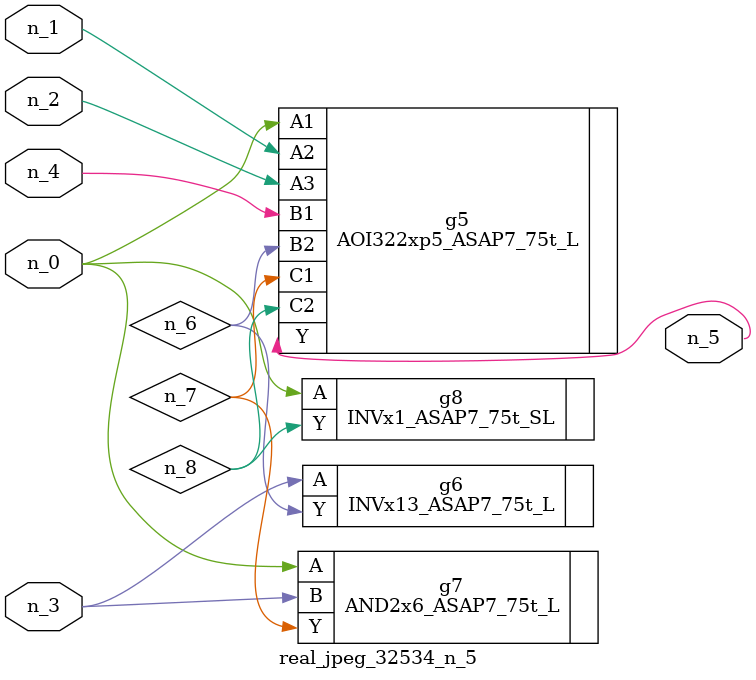
<source format=v>
module real_jpeg_32534_n_5 (n_4, n_0, n_1, n_2, n_3, n_5);

input n_4;
input n_0;
input n_1;
input n_2;
input n_3;

output n_5;

wire n_8;
wire n_6;
wire n_7;

AOI322xp5_ASAP7_75t_L g5 ( 
.A1(n_0),
.A2(n_1),
.A3(n_2),
.B1(n_4),
.B2(n_6),
.C1(n_7),
.C2(n_8),
.Y(n_5)
);

AND2x6_ASAP7_75t_L g7 ( 
.A(n_0),
.B(n_3),
.Y(n_7)
);

INVx1_ASAP7_75t_SL g8 ( 
.A(n_0),
.Y(n_8)
);

INVx13_ASAP7_75t_L g6 ( 
.A(n_3),
.Y(n_6)
);


endmodule
</source>
